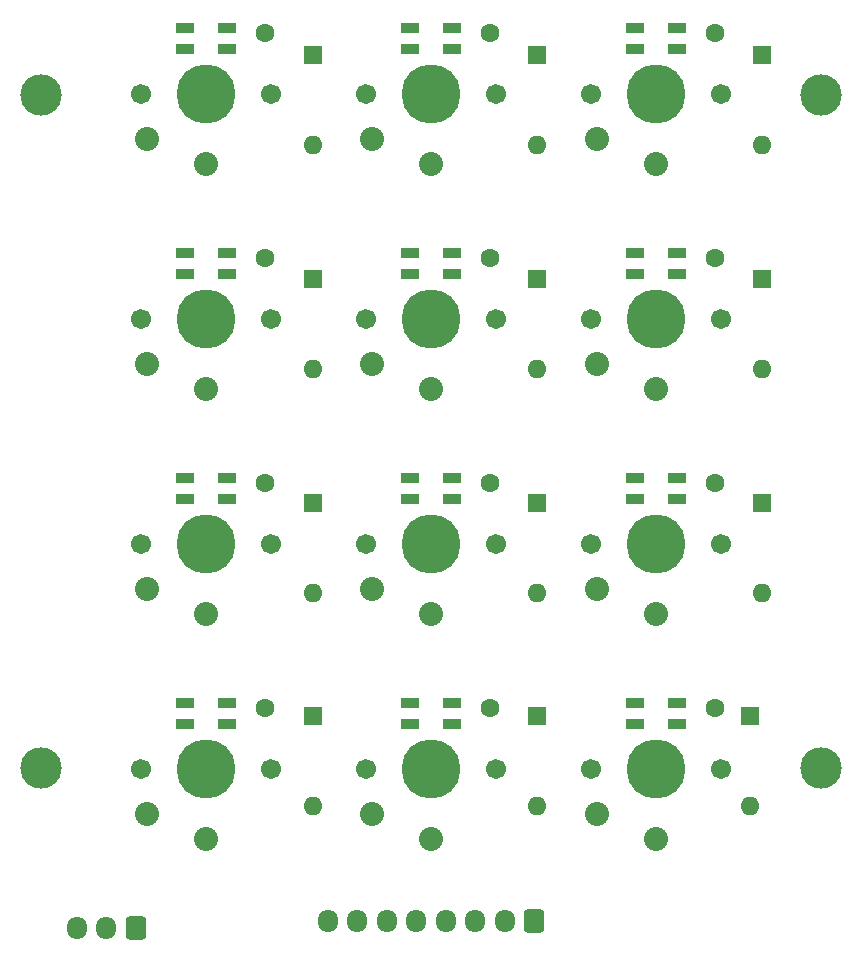
<source format=gts>
%TF.GenerationSoftware,KiCad,Pcbnew,(6.0.1)*%
%TF.CreationDate,2022-02-13T15:50:39-08:00*%
%TF.ProjectId,keymani,6b65796d-616e-4692-9e6b-696361645f70,-*%
%TF.SameCoordinates,Original*%
%TF.FileFunction,Soldermask,Top*%
%TF.FilePolarity,Negative*%
%FSLAX46Y46*%
G04 Gerber Fmt 4.6, Leading zero omitted, Abs format (unit mm)*
G04 Created by KiCad (PCBNEW (6.0.1)) date 2022-02-13 15:50:39*
%MOMM*%
%LPD*%
G01*
G04 APERTURE LIST*
G04 Aperture macros list*
%AMRoundRect*
0 Rectangle with rounded corners*
0 $1 Rounding radius*
0 $2 $3 $4 $5 $6 $7 $8 $9 X,Y pos of 4 corners*
0 Add a 4 corners polygon primitive as box body*
4,1,4,$2,$3,$4,$5,$6,$7,$8,$9,$2,$3,0*
0 Add four circle primitives for the rounded corners*
1,1,$1+$1,$2,$3*
1,1,$1+$1,$4,$5*
1,1,$1+$1,$6,$7*
1,1,$1+$1,$8,$9*
0 Add four rect primitives between the rounded corners*
20,1,$1+$1,$2,$3,$4,$5,0*
20,1,$1+$1,$4,$5,$6,$7,0*
20,1,$1+$1,$6,$7,$8,$9,0*
20,1,$1+$1,$8,$9,$2,$3,0*%
G04 Aperture macros list end*
%ADD10R,1.600000X0.850000*%
%ADD11C,1.600000*%
%ADD12C,5.000000*%
%ADD13C,1.701800*%
%ADD14C,2.032000*%
%ADD15RoundRect,0.250000X0.600000X0.725000X-0.600000X0.725000X-0.600000X-0.725000X0.600000X-0.725000X0*%
%ADD16O,1.700000X1.950000*%
%ADD17C,3.500000*%
%ADD18R,1.600000X1.600000*%
%ADD19O,1.600000X1.600000*%
G04 APERTURE END LIST*
D10*
%TO.C,D19*%
X132200000Y-93400000D03*
X132200000Y-95150000D03*
X135700000Y-95150000D03*
X135700000Y-93400000D03*
%TD*%
D11*
%TO.C,SW10*%
X138950000Y-74775000D03*
D12*
X133950000Y-79925000D03*
D13*
X139450000Y-79925000D03*
X128450000Y-79925000D03*
D14*
X133950000Y-85825000D03*
X128950000Y-83725000D03*
%TD*%
D10*
%TO.C,D23*%
X151250000Y-74350000D03*
X151250000Y-76100000D03*
X154750000Y-76100000D03*
X154750000Y-74350000D03*
%TD*%
D13*
%TO.C,SW5*%
X147500000Y-118025000D03*
D12*
X153000000Y-118025000D03*
D11*
X158000000Y-112875000D03*
D13*
X158500000Y-118025000D03*
D14*
X153000000Y-123925000D03*
X148000000Y-121825000D03*
%TD*%
D15*
%TO.C,CN1*%
X161750000Y-149967500D03*
D16*
X159250000Y-149967500D03*
X156750000Y-149967500D03*
X154250000Y-149967500D03*
X151750000Y-149967500D03*
X149250000Y-149967500D03*
X146750000Y-149967500D03*
X144250000Y-149967500D03*
%TD*%
D12*
%TO.C,SW8*%
X153000000Y-98975000D03*
D13*
X158500000Y-98975000D03*
D11*
X158000000Y-93825000D03*
D13*
X147500000Y-98975000D03*
D14*
X153000000Y-104875000D03*
X148000000Y-102775000D03*
%TD*%
D10*
%TO.C,D17*%
X151250000Y-112450000D03*
X151250000Y-114200000D03*
X154750000Y-114200000D03*
X154750000Y-112450000D03*
%TD*%
%TO.C,D18*%
X170300000Y-112450000D03*
X170300000Y-114200000D03*
X173800000Y-114200000D03*
X173800000Y-112450000D03*
%TD*%
%TO.C,D15*%
X170300000Y-131500000D03*
X170300000Y-133250000D03*
X173800000Y-133250000D03*
X173800000Y-131500000D03*
%TD*%
D13*
%TO.C,SW9*%
X177550000Y-98975000D03*
D12*
X172050000Y-98975000D03*
D11*
X177050000Y-93825000D03*
D13*
X166550000Y-98975000D03*
D14*
X172050000Y-104875000D03*
X167050000Y-102775000D03*
%TD*%
D17*
%TO.C,REF2*%
X186000000Y-137000000D03*
%TD*%
D10*
%TO.C,D16*%
X132200000Y-112450000D03*
X132200000Y-114200000D03*
X135700000Y-114200000D03*
X135700000Y-112450000D03*
%TD*%
D11*
%TO.C,SW12*%
X177050000Y-74775000D03*
D13*
X177550000Y-79925000D03*
X166550000Y-79925000D03*
D12*
X172050000Y-79925000D03*
D14*
X172050000Y-85825000D03*
X167050000Y-83725000D03*
%TD*%
D11*
%TO.C,SW2*%
X158000000Y-131925000D03*
D12*
X153000000Y-137075000D03*
D13*
X147500000Y-137075000D03*
X158500000Y-137075000D03*
D14*
X153000000Y-142975000D03*
X148000000Y-140875000D03*
%TD*%
D10*
%TO.C,D13*%
X132200000Y-131500000D03*
X132200000Y-133250000D03*
X135700000Y-133250000D03*
X135700000Y-131500000D03*
%TD*%
%TO.C,D24*%
X170300000Y-74350000D03*
X170300000Y-76100000D03*
X173800000Y-76100000D03*
X173800000Y-74350000D03*
%TD*%
D17*
%TO.C,REF1*%
X120000000Y-137000000D03*
%TD*%
D10*
%TO.C,D22*%
X132200000Y-74350000D03*
X132200000Y-76100000D03*
X135700000Y-76100000D03*
X135700000Y-74350000D03*
%TD*%
D13*
%TO.C,SW1*%
X128450000Y-137075000D03*
D12*
X133950000Y-137075000D03*
D13*
X139450000Y-137075000D03*
D11*
X138950000Y-131925000D03*
D14*
X133950000Y-142975000D03*
X128950000Y-140875000D03*
%TD*%
D10*
%TO.C,D20*%
X151250000Y-93400000D03*
X151250000Y-95150000D03*
X154750000Y-95150000D03*
X154750000Y-93400000D03*
%TD*%
D17*
%TO.C,REF3*%
X120000000Y-80000000D03*
%TD*%
D10*
%TO.C,D21*%
X170300000Y-93400000D03*
X170300000Y-95150000D03*
X173800000Y-95150000D03*
X173800000Y-93400000D03*
%TD*%
%TO.C,D14*%
X151250000Y-131500000D03*
X151250000Y-133250000D03*
X154750000Y-133250000D03*
X154750000Y-131500000D03*
%TD*%
D11*
%TO.C,SW3*%
X177050000Y-131925000D03*
D13*
X177550000Y-137075000D03*
D12*
X172050000Y-137075000D03*
D13*
X166550000Y-137075000D03*
D14*
X172050000Y-142975000D03*
X167050000Y-140875000D03*
%TD*%
D17*
%TO.C,REF4*%
X186000000Y-80000000D03*
%TD*%
D12*
%TO.C,SW6*%
X172050000Y-118025000D03*
D13*
X166550000Y-118025000D03*
X177550000Y-118025000D03*
D11*
X177050000Y-112875000D03*
D14*
X172050000Y-123925000D03*
X167050000Y-121825000D03*
%TD*%
D13*
%TO.C,SW4*%
X139450000Y-118025000D03*
D12*
X133950000Y-118025000D03*
D11*
X138950000Y-112875000D03*
D13*
X128450000Y-118025000D03*
D14*
X133950000Y-123925000D03*
X128950000Y-121825000D03*
%TD*%
D13*
%TO.C,SW11*%
X158500000Y-79925000D03*
D11*
X158000000Y-74775000D03*
D13*
X147500000Y-79925000D03*
D12*
X153000000Y-79925000D03*
D14*
X153000000Y-85825000D03*
X148000000Y-83725000D03*
%TD*%
D12*
%TO.C,SW7*%
X133950000Y-98975000D03*
D13*
X128450000Y-98975000D03*
X139450000Y-98975000D03*
D11*
X138950000Y-93825000D03*
D14*
X133950000Y-104875000D03*
X128950000Y-102775000D03*
%TD*%
D18*
%TO.C,D4*%
X143000000Y-114590000D03*
D19*
X143000000Y-122210000D03*
%TD*%
D18*
%TO.C,D3*%
X180000000Y-132590000D03*
D19*
X180000000Y-140210000D03*
%TD*%
D18*
%TO.C,D6*%
X181000000Y-114590000D03*
D19*
X181000000Y-122210000D03*
%TD*%
D18*
%TO.C,D12*%
X181000000Y-76590000D03*
D19*
X181000000Y-84210000D03*
%TD*%
D18*
%TO.C,D7*%
X143000000Y-95590000D03*
D19*
X143000000Y-103210000D03*
%TD*%
D18*
%TO.C,D9*%
X181000000Y-95590000D03*
D19*
X181000000Y-103210000D03*
%TD*%
D15*
%TO.C,CN2*%
X128000000Y-150500000D03*
D16*
X125500000Y-150500000D03*
X123000000Y-150500000D03*
%TD*%
D18*
%TO.C,D11*%
X162000000Y-76590000D03*
D19*
X162000000Y-84210000D03*
%TD*%
D18*
%TO.C,D2*%
X162000000Y-132590000D03*
D19*
X162000000Y-140210000D03*
%TD*%
D18*
%TO.C,D10*%
X143000000Y-76590000D03*
D19*
X143000000Y-84210000D03*
%TD*%
D18*
%TO.C,D1*%
X143000000Y-132590000D03*
D19*
X143000000Y-140210000D03*
%TD*%
D18*
%TO.C,D8*%
X162000000Y-95590000D03*
D19*
X162000000Y-103210000D03*
%TD*%
D18*
%TO.C,D5*%
X162000000Y-114590000D03*
D19*
X162000000Y-122210000D03*
%TD*%
M02*

</source>
